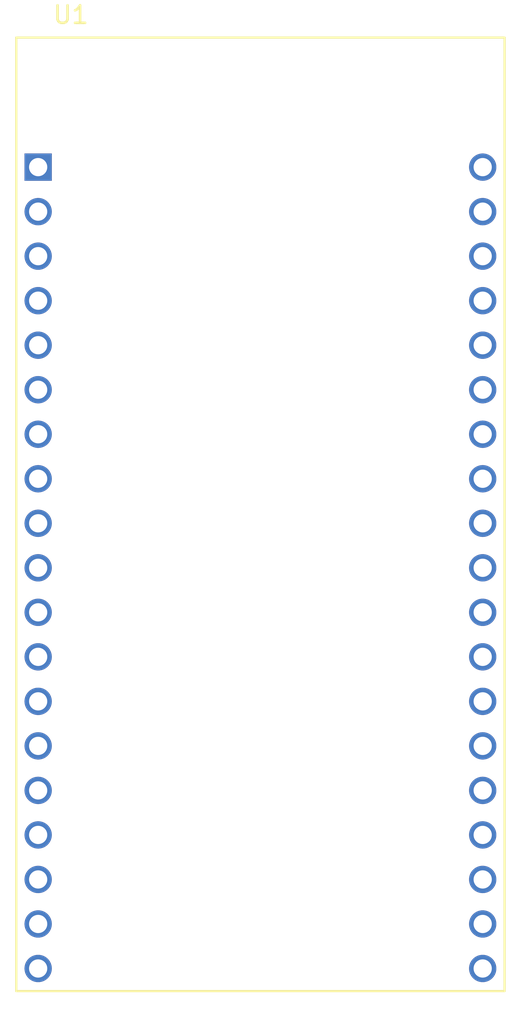
<source format=kicad_pcb>
(kicad_pcb (version 20211014) (generator pcbnew)
  (layers (0 "F.Cu" signal) (31 "B.Cu" signal) (34 "B.Paste" user) (35 "F.Paste" user) (36 "B.SilkS" user "B.Silkscreen") (37 "F.SilkS" user "F.Silkscreen") (38 "B.Mask" user) (39 "F.Mask" user) (44 "Edge.Cuts" user))
  (net 0 "")
  (net 1 "+3V3")
  (net 20 "GND")
  (footprint "ESP32-DEVKITC-32D:MODULE_ESP32-DEVKITC-32D" (layer "F.Cu") (at 73.025 80.16875)
    (fp_text reference "U1" (at -10.829175 -28.446045) (layer "F.SilkS") (effects (font (size 1.000386 1.000386))))
    (fp_text value "ESP32-DEVKITC-32D")
    (fp_line (start -13.95 -27.15) (end 13.95 -27.15) (layer "F.SilkS") (width 0.127))
    (fp_line (start 13.95 -27.15) (end 13.95 27.25) (layer "F.SilkS") (width 0.127))
    (fp_line (start -13.95 27.25) (end -13.95 -27.15) (layer "F.SilkS") (width 0.127))
    (fp_line (start 13.95 27.25) (end -13.95 27.25) (layer "F.SilkS") (width 0.127))
    (pad "1" thru_hole rect locked (at -12.7 -19.76) (size 1.56 1.56) (drill 1.04) (layers *.Cu *.Mask) (net 1 "+3V3"))
    (pad "2" thru_hole circle locked (at -12.7 -17.22) (size 1.56 1.56) (drill 1.04) (layers *.Cu *.Mask))
    (pad "3" thru_hole circle locked (at -12.7 -14.68) (size 1.56 1.56) (drill 1.04) (layers *.Cu *.Mask))
    (pad "4" thru_hole circle locked (at -12.7 -12.14) (size 1.56 1.56) (drill 1.04) (layers *.Cu *.Mask))
    (pad "5" thru_hole circle locked (at -12.7 -9.6) (size 1.56 1.56) (drill 1.04) (layers *.Cu *.Mask))
    (pad "6" thru_hole circle locked (at -12.7 -7.06) (size 1.56 1.56) (drill 1.04) (layers *.Cu *.Mask))
    (pad "7" thru_hole circle locked (at -12.7 -4.52) (size 1.56 1.56) (drill 1.04) (layers *.Cu *.Mask))
    (pad "8" thru_hole circle locked (at -12.7 -1.98) (size 1.56 1.56) (drill 1.04) (layers *.Cu *.Mask))
    (pad "9" thru_hole circle locked (at -12.7 0.56) (size 1.56 1.56) (drill 1.04) (layers *.Cu *.Mask))
    (pad "10" thru_hole circle locked (at -12.7 3.1) (size 1.56 1.56) (drill 1.04) (layers *.Cu *.Mask))
    (pad "11" thru_hole circle locked (at -12.7 5.64) (size 1.56 1.56) (drill 1.04) (layers *.Cu *.Mask))
    (pad "12" thru_hole circle locked (at -12.7 8.18) (size 1.56 1.56) (drill 1.04) (layers *.Cu *.Mask))
    (pad "13" thru_hole circle locked (at -12.7 10.72) (size 1.56 1.56) (drill 1.04) (layers *.Cu *.Mask))
    (pad "14" thru_hole circle locked (at -12.7 13.26) (size 1.56 1.56) (drill 1.04) (layers *.Cu *.Mask))
    (pad "15" thru_hole circle locked (at -12.7 15.8) (size 1.56 1.56) (drill 1.04) (layers *.Cu *.Mask))
    (pad "16" thru_hole circle locked (at -12.7 18.34) (size 1.56 1.56) (drill 1.04) (layers *.Cu *.Mask))
    (pad "17" thru_hole circle locked (at -12.7 20.88) (size 1.56 1.56) (drill 1.04) (layers *.Cu *.Mask))
    (pad "18" thru_hole circle locked (at -12.7 23.42) (size 1.56 1.56) (drill 1.04) (layers *.Cu *.Mask))
    (pad "19" thru_hole circle locked (at -12.7 25.96) (size 1.56 1.56) (drill 1.04) (layers *.Cu *.Mask))
    (pad "20" thru_hole circle locked (at 12.7 -19.76) (size 1.56 1.56) (drill 1.04) (layers *.Cu *.Mask) (net 20 "GND"))
    (pad "21" thru_hole circle locked (at 12.7 -17.22) (size 1.56 1.56) (drill 1.04) (layers *.Cu *.Mask))
    (pad "22" thru_hole circle locked (at 12.7 -14.68) (size 1.56 1.56) (drill 1.04) (layers *.Cu *.Mask))
    (pad "23" thru_hole circle locked (at 12.7 -12.14) (size 1.56 1.56) (drill 1.04) (layers *.Cu *.Mask))
    (pad "24" thru_hole circle locked (at 12.7 -9.6) (size 1.56 1.56) (drill 1.04) (layers *.Cu *.Mask))
    (pad "25" thru_hole circle locked (at 12.7 -7.06) (size 1.56 1.56) (drill 1.04) (layers *.Cu *.Mask))
    (pad "26" thru_hole circle locked (at 12.7 -4.52) (size 1.56 1.56) (drill 1.04) (layers *.Cu *.Mask))
    (pad "27" thru_hole circle locked (at 12.7 -1.98) (size 1.56 1.56) (drill 1.04) (layers *.Cu *.Mask))
    (pad "28" thru_hole circle locked (at 12.7 0.56) (size 1.56 1.56) (drill 1.04) (layers *.Cu *.Mask))
    (pad "29" thru_hole circle locked (at 12.7 3.1) (size 1.56 1.56) (drill 1.04) (layers *.Cu *.Mask))
    (pad "30" thru_hole circle locked (at 12.7 5.64) (size 1.56 1.56) (drill 1.04) (layers *.Cu *.Mask))
    (pad "31" thru_hole circle locked (at 12.7 8.18) (size 1.56 1.56) (drill 1.04) (layers *.Cu *.Mask))
    (pad "32" thru_hole circle locked (at 12.7 10.72) (size 1.56 1.56) (drill 1.04) (layers *.Cu *.Mask))
    (pad "33" thru_hole circle locked (at 12.7 13.26) (size 1.56 1.56) (drill 1.04) (layers *.Cu *.Mask))
    (pad "34" thru_hole circle locked (at 12.7 15.8) (size 1.56 1.56) (drill 1.04) (layers *.Cu *.Mask))
    (pad "35" thru_hole circle locked (at 12.7 18.34) (size 1.56 1.56) (drill 1.04) (layers *.Cu *.Mask))
    (pad "36" thru_hole circle locked (at 12.7 20.88) (size 1.56 1.56) (drill 1.04) (layers *.Cu *.Mask))
    (pad "37" thru_hole circle locked (at 12.7 23.42) (size 1.56 1.56) (drill 1.04) (layers *.Cu *.Mask))
    (pad "38" thru_hole circle locked (at 12.7 25.96) (size 1.56 1.56) (drill 1.04) (layers *.Cu *.Mask))
  )
)
</source>
